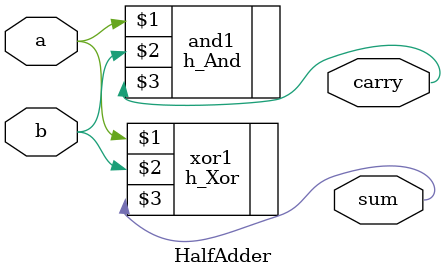
<source format=v>
module HalfAdder(
    input a, b,
    output sum, carry
);

    h_Xor xor1(a, b, sum);
    h_And and1(a, b, carry);


endmodule

</source>
